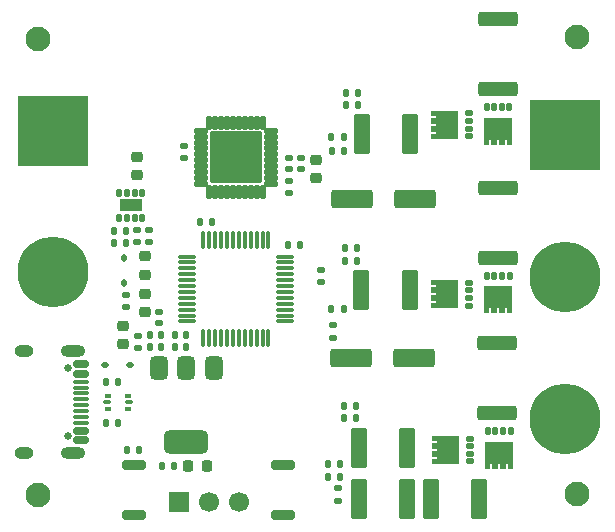
<source format=gbr>
%TF.GenerationSoftware,KiCad,Pcbnew,9.0.2*%
%TF.CreationDate,2025-07-01T21:57:16-05:00*%
%TF.ProjectId,testing3,74657374-696e-4673-932e-6b696361645f,rev?*%
%TF.SameCoordinates,Original*%
%TF.FileFunction,Soldermask,Top*%
%TF.FilePolarity,Negative*%
%FSLAX46Y46*%
G04 Gerber Fmt 4.6, Leading zero omitted, Abs format (unit mm)*
G04 Created by KiCad (PCBNEW 9.0.2) date 2025-07-01 21:57:16*
%MOMM*%
%LPD*%
G01*
G04 APERTURE LIST*
G04 Aperture macros list*
%AMRoundRect*
0 Rectangle with rounded corners*
0 $1 Rounding radius*
0 $2 $3 $4 $5 $6 $7 $8 $9 X,Y pos of 4 corners*
0 Add a 4 corners polygon primitive as box body*
4,1,4,$2,$3,$4,$5,$6,$7,$8,$9,$2,$3,0*
0 Add four circle primitives for the rounded corners*
1,1,$1+$1,$2,$3*
1,1,$1+$1,$4,$5*
1,1,$1+$1,$6,$7*
1,1,$1+$1,$8,$9*
0 Add four rect primitives between the rounded corners*
20,1,$1+$1,$2,$3,$4,$5,0*
20,1,$1+$1,$4,$5,$6,$7,0*
20,1,$1+$1,$6,$7,$8,$9,0*
20,1,$1+$1,$8,$9,$2,$3,0*%
%AMFreePoly0*
4,1,17,1.371000,0.720000,0.950000,0.720000,0.950000,0.580000,1.370000,0.580000,1.370000,0.080000,0.950000,0.080000,0.950000,-0.080000,1.370000,-0.080000,1.370000,-0.580000,0.950000,-0.580000,0.950000,-0.720000,1.370000,-0.720000,1.370000,-1.225000,-0.950000,-1.225000,-0.950000,1.225000,1.371000,1.225000,1.371000,0.720000,1.371000,0.720000,$1*%
G04 Aperture macros list end*
%ADD10RoundRect,0.112500X0.112500X-0.187500X0.112500X0.187500X-0.112500X0.187500X-0.112500X-0.187500X0*%
%ADD11RoundRect,0.112500X0.187500X0.112500X-0.187500X0.112500X-0.187500X-0.112500X0.187500X-0.112500X0*%
%ADD12RoundRect,0.200000X0.800000X-0.200000X0.800000X0.200000X-0.800000X0.200000X-0.800000X-0.200000X0*%
%ADD13C,2.100000*%
%ADD14RoundRect,0.140000X0.170000X-0.140000X0.170000X0.140000X-0.170000X0.140000X-0.170000X-0.140000X0*%
%ADD15RoundRect,0.135000X0.185000X-0.135000X0.185000X0.135000X-0.185000X0.135000X-0.185000X-0.135000X0*%
%ADD16RoundRect,0.249999X0.450001X1.450001X-0.450001X1.450001X-0.450001X-1.450001X0.450001X-1.450001X0*%
%ADD17RoundRect,0.135000X0.135000X0.185000X-0.135000X0.185000X-0.135000X-0.185000X0.135000X-0.185000X0*%
%ADD18RoundRect,0.102000X2.075000X2.075000X-2.075000X2.075000X-2.075000X-2.075000X2.075000X-2.075000X0*%
%ADD19RoundRect,0.032480X0.199520X0.509520X-0.199520X0.509520X-0.199520X-0.509520X0.199520X-0.509520X0*%
%ADD20RoundRect,0.032480X0.509520X0.199520X-0.509520X0.199520X-0.509520X-0.199520X0.509520X-0.199520X0*%
%ADD21RoundRect,0.135000X-0.135000X-0.185000X0.135000X-0.185000X0.135000X0.185000X-0.135000X0.185000X0*%
%ADD22RoundRect,0.140000X-0.170000X0.140000X-0.170000X-0.140000X0.170000X-0.140000X0.170000X0.140000X0*%
%ADD23RoundRect,0.135000X-0.185000X0.135000X-0.185000X-0.135000X0.185000X-0.135000X0.185000X0.135000X0*%
%ADD24RoundRect,0.218750X-0.256250X0.218750X-0.256250X-0.218750X0.256250X-0.218750X0.256250X0.218750X0*%
%ADD25RoundRect,0.140000X0.140000X0.170000X-0.140000X0.170000X-0.140000X-0.170000X0.140000X-0.170000X0*%
%ADD26RoundRect,0.125000X-0.125000X0.190000X-0.125000X-0.190000X0.125000X-0.190000X0.125000X0.190000X0*%
%ADD27FreePoly0,270.000000*%
%ADD28RoundRect,0.093750X-0.156250X-0.093750X0.156250X-0.093750X0.156250X0.093750X-0.156250X0.093750X0*%
%ADD29RoundRect,0.075000X-0.250000X-0.075000X0.250000X-0.075000X0.250000X0.075000X-0.250000X0.075000X0*%
%ADD30RoundRect,0.225000X0.250000X-0.225000X0.250000X0.225000X-0.250000X0.225000X-0.250000X-0.225000X0*%
%ADD31RoundRect,0.225000X-0.250000X0.225000X-0.250000X-0.225000X0.250000X-0.225000X0.250000X0.225000X0*%
%ADD32C,1.700000*%
%ADD33R,1.700000X1.700000*%
%ADD34C,6.000000*%
%ADD35RoundRect,0.250002X-2.749998X2.749998X-2.749998X-2.749998X2.749998X-2.749998X2.749998X2.749998X0*%
%ADD36RoundRect,0.140000X-0.140000X-0.170000X0.140000X-0.170000X0.140000X0.170000X-0.140000X0.170000X0*%
%ADD37RoundRect,0.225000X-0.225000X-0.250000X0.225000X-0.250000X0.225000X0.250000X-0.225000X0.250000X0*%
%ADD38RoundRect,0.250000X-1.425000X0.362500X-1.425000X-0.362500X1.425000X-0.362500X1.425000X0.362500X0*%
%ADD39RoundRect,0.375000X-0.375000X0.625000X-0.375000X-0.625000X0.375000X-0.625000X0.375000X0.625000X0*%
%ADD40RoundRect,0.500000X-1.400000X0.500000X-1.400000X-0.500000X1.400000X-0.500000X1.400000X0.500000X0*%
%ADD41RoundRect,0.125000X0.190000X0.125000X-0.190000X0.125000X-0.190000X-0.125000X0.190000X-0.125000X0*%
%ADD42FreePoly0,180.000000*%
%ADD43O,1.600000X1.000000*%
%ADD44O,2.100000X1.000000*%
%ADD45RoundRect,0.150000X-0.500000X0.150000X-0.500000X-0.150000X0.500000X-0.150000X0.500000X0.150000X0*%
%ADD46RoundRect,0.075000X-0.575000X0.075000X-0.575000X-0.075000X0.575000X-0.075000X0.575000X0.075000X0*%
%ADD47C,0.650000*%
%ADD48RoundRect,0.250000X1.500000X0.550000X-1.500000X0.550000X-1.500000X-0.550000X1.500000X-0.550000X0*%
%ADD49RoundRect,0.075000X0.075000X0.662500X-0.075000X0.662500X-0.075000X-0.662500X0.075000X-0.662500X0*%
%ADD50RoundRect,0.075000X0.662500X0.075000X-0.662500X0.075000X-0.662500X-0.075000X0.662500X-0.075000X0*%
%ADD51R,1.900000X1.100000*%
%ADD52RoundRect,0.125000X-0.125000X0.187500X-0.125000X-0.187500X0.125000X-0.187500X0.125000X0.187500X0*%
%ADD53RoundRect,0.249999X-0.450001X-1.450001X0.450001X-1.450001X0.450001X1.450001X-0.450001X1.450001X0*%
G04 APERTURE END LIST*
D10*
%TO.C,D7*%
X203100000Y-110062500D03*
X203100000Y-112162500D03*
%TD*%
D11*
%TO.C,D2*%
X201550000Y-119100000D03*
X203650000Y-119100000D03*
%TD*%
D12*
%TO.C,SW3*%
X204000000Y-127600000D03*
X204000000Y-131800000D03*
%TD*%
%TO.C,SW1*%
X216600000Y-127600000D03*
X216600000Y-131800000D03*
%TD*%
D13*
%TO.C,H3*%
X241500000Y-91400000D03*
%TD*%
%TO.C,H2*%
X195850000Y-91550000D03*
%TD*%
D14*
%TO.C,C6*%
X208200000Y-100620000D03*
X208200000Y-101580000D03*
%TD*%
D15*
%TO.C,R18*%
X220850000Y-115790000D03*
X220850000Y-116810000D03*
%TD*%
D16*
%TO.C,C16*%
X223000000Y-126200000D03*
X227100000Y-126200000D03*
%TD*%
D13*
%TO.C,H1*%
X195850000Y-130100000D03*
%TD*%
D17*
%TO.C,R21*%
X216990000Y-109000000D03*
X218010000Y-109000000D03*
%TD*%
D18*
%TO.C,U8*%
X212600000Y-101550000D03*
D19*
X214850000Y-104485000D03*
X214350000Y-104485000D03*
X213850000Y-104485000D03*
X213350000Y-104485000D03*
X212850000Y-104485000D03*
X212350000Y-104485000D03*
X211850000Y-104485000D03*
X211350000Y-104485000D03*
X210850000Y-104485000D03*
X210350000Y-104485000D03*
D20*
X209665000Y-103800000D03*
X209665000Y-103300000D03*
X209665000Y-102800000D03*
X209665000Y-102300000D03*
X209665000Y-101800000D03*
X209665000Y-101300000D03*
X209665000Y-100800000D03*
X209665000Y-100300000D03*
X209665000Y-99800000D03*
X209665000Y-99300000D03*
D19*
X210350000Y-98615000D03*
X210850000Y-98615000D03*
X211350000Y-98615000D03*
X211850000Y-98615000D03*
X212350000Y-98615000D03*
X212850000Y-98615000D03*
X213350000Y-98615000D03*
X213850000Y-98615000D03*
X214350000Y-98615000D03*
X214850000Y-98615000D03*
D20*
X215535000Y-99300000D03*
X215535000Y-99800000D03*
X215535000Y-100300000D03*
X215535000Y-100800000D03*
X215535000Y-101300000D03*
X215535000Y-101800000D03*
X215535000Y-102300000D03*
X215535000Y-102800000D03*
X215535000Y-103300000D03*
X215535000Y-103800000D03*
%TD*%
D21*
%TO.C,R9*%
X222800000Y-123600000D03*
X221780000Y-123600000D03*
%TD*%
D22*
%TO.C,C12*%
X205200000Y-108680000D03*
X205200000Y-107720000D03*
%TD*%
D21*
%TO.C,R12*%
X203310000Y-107800000D03*
X202290000Y-107800000D03*
%TD*%
D23*
%TO.C,R22*%
X219800000Y-112110000D03*
X219800000Y-111090000D03*
%TD*%
D21*
%TO.C,R6*%
X202610000Y-120540000D03*
X201590000Y-120540000D03*
%TD*%
D24*
%TO.C,D6*%
X204900000Y-114687500D03*
X204900000Y-113112500D03*
%TD*%
D17*
%TO.C,R13*%
X202290000Y-108800000D03*
X203310000Y-108800000D03*
%TD*%
D21*
%TO.C,R8*%
X222860000Y-109200000D03*
X221840000Y-109200000D03*
%TD*%
D22*
%TO.C,C3*%
X218100000Y-102550000D03*
X218100000Y-101590000D03*
%TD*%
D25*
%TO.C,C19*%
X205320000Y-116600000D03*
X206280000Y-116600000D03*
%TD*%
D26*
%TO.C,Q6*%
X235860000Y-124750000D03*
X235220000Y-124750000D03*
X234560000Y-124750000D03*
X233920000Y-124750000D03*
D27*
X234890000Y-126575000D03*
%TD*%
D28*
%TO.C,U3*%
X203450000Y-121752500D03*
D29*
X203525000Y-122290000D03*
D28*
X203450000Y-122827500D03*
X201750000Y-122827500D03*
D29*
X201675000Y-122290000D03*
D28*
X201750000Y-121752500D03*
%TD*%
D30*
%TO.C,C23*%
X203000000Y-115825000D03*
X203000000Y-117375000D03*
%TD*%
D25*
%TO.C,C20*%
X205320000Y-117600000D03*
X206280000Y-117600000D03*
%TD*%
D26*
%TO.C,Q4*%
X235770000Y-111575000D03*
X235130000Y-111575000D03*
X234470000Y-111575000D03*
X233830000Y-111575000D03*
D27*
X234800000Y-113400000D03*
%TD*%
D31*
%TO.C,C7*%
X204900000Y-111475000D03*
X204900000Y-109925000D03*
%TD*%
D26*
%TO.C,Q3*%
X235760000Y-97300000D03*
X235120000Y-97300000D03*
X234460000Y-97300000D03*
X233820000Y-97300000D03*
D27*
X234790000Y-99125000D03*
%TD*%
D22*
%TO.C,C4*%
X217100000Y-102550000D03*
X217100000Y-101590000D03*
%TD*%
D32*
%TO.C,J2*%
X212840000Y-130700000D03*
X210300000Y-130700000D03*
D33*
X207760000Y-130700000D03*
%TD*%
D34*
%TO.C,J3*%
X197100000Y-111300000D03*
D35*
X197100000Y-99300000D03*
%TD*%
D36*
%TO.C,C22*%
X208380000Y-117600000D03*
X207420000Y-117600000D03*
%TD*%
%TO.C,C21*%
X208380000Y-116600000D03*
X207420000Y-116600000D03*
%TD*%
D21*
%TO.C,R15*%
X221710000Y-114400000D03*
X220690000Y-114400000D03*
%TD*%
D37*
%TO.C,C26*%
X210125000Y-127650000D03*
X208575000Y-127650000D03*
%TD*%
D16*
%TO.C,C15*%
X223200000Y-112800000D03*
X227300000Y-112800000D03*
%TD*%
D31*
%TO.C,C2*%
X219350000Y-103325000D03*
X219350000Y-101775000D03*
%TD*%
D25*
%TO.C,C25*%
X206370000Y-127650000D03*
X207330000Y-127650000D03*
%TD*%
D21*
%TO.C,R16*%
X221410000Y-128600000D03*
X220390000Y-128600000D03*
%TD*%
D14*
%TO.C,C13*%
X206100000Y-114640000D03*
X206100000Y-115600000D03*
%TD*%
D21*
%TO.C,R1*%
X222910000Y-97100000D03*
X221890000Y-97100000D03*
%TD*%
D17*
%TO.C,R27*%
X209590000Y-107050000D03*
X210610000Y-107050000D03*
%TD*%
%TO.C,R28*%
X203340000Y-126300000D03*
X204360000Y-126300000D03*
%TD*%
D38*
%TO.C,R25*%
X234800000Y-104137500D03*
X234800000Y-110062500D03*
%TD*%
D14*
%TO.C,C24*%
X204300000Y-116700000D03*
X204300000Y-117660000D03*
%TD*%
D16*
%TO.C,C14*%
X223250000Y-99600000D03*
X227350000Y-99600000D03*
%TD*%
D17*
%TO.C,R20*%
X220400000Y-127550000D03*
X221420000Y-127550000D03*
%TD*%
D39*
%TO.C,U4*%
X206100000Y-119350000D03*
D40*
X208400000Y-125650000D03*
D39*
X208400000Y-119350000D03*
X210700000Y-119350000D03*
%TD*%
D15*
%TO.C,R17*%
X221200000Y-129590000D03*
X221200000Y-130610000D03*
%TD*%
D21*
%TO.C,R5*%
X202610000Y-124040000D03*
X201590000Y-124040000D03*
%TD*%
D13*
%TO.C,H4*%
X241500000Y-130050000D03*
%TD*%
D41*
%TO.C,Q2*%
X232300000Y-114100000D03*
X232300000Y-113460000D03*
X232300000Y-112800000D03*
X232300000Y-112160000D03*
D42*
X230475000Y-113130000D03*
%TD*%
D35*
%TO.C,J4*%
X240500000Y-99700000D03*
D34*
X240500000Y-111700000D03*
X240500000Y-123700000D03*
%TD*%
D43*
%TO.C,J1*%
X194665000Y-126610000D03*
D44*
X198845000Y-126610000D03*
D43*
X194665000Y-117970000D03*
D44*
X198845000Y-117970000D03*
D45*
X199485000Y-119090000D03*
X199485000Y-119890000D03*
D46*
X199485000Y-120540000D03*
X199485000Y-121540000D03*
X199485000Y-123040000D03*
X199485000Y-124040000D03*
D45*
X199485000Y-124690000D03*
X199485000Y-125490000D03*
X199485000Y-125490000D03*
X199485000Y-124690000D03*
D46*
X199485000Y-123540000D03*
X199485000Y-122540000D03*
X199485000Y-122040000D03*
X199485000Y-121040000D03*
D45*
X199485000Y-119890000D03*
X199485000Y-119090000D03*
D47*
X198345000Y-125180000D03*
X198345000Y-119400000D03*
%TD*%
D17*
%TO.C,R19*%
X220690000Y-99800000D03*
X221710000Y-99800000D03*
%TD*%
D21*
%TO.C,R7*%
X222860000Y-110300000D03*
X221840000Y-110300000D03*
%TD*%
D30*
%TO.C,C11*%
X204200000Y-101525000D03*
X204200000Y-103075000D03*
%TD*%
D15*
%TO.C,R14*%
X204200000Y-107690000D03*
X204200000Y-108710000D03*
%TD*%
D48*
%TO.C,C10*%
X222300000Y-118500000D03*
X227700000Y-118500000D03*
%TD*%
D21*
%TO.C,R2*%
X222910000Y-96100000D03*
X221890000Y-96100000D03*
%TD*%
D38*
%TO.C,R24*%
X234800000Y-89875000D03*
X234800000Y-95800000D03*
%TD*%
D49*
%TO.C,U1*%
X215350000Y-116862500D03*
X214850000Y-116862500D03*
X214350000Y-116862500D03*
X213850000Y-116862500D03*
X213350000Y-116862500D03*
X212850000Y-116862500D03*
X212350000Y-116862500D03*
X211850000Y-116862500D03*
X211350000Y-116862500D03*
X210850000Y-116862500D03*
X210350000Y-116862500D03*
X209850000Y-116862500D03*
D50*
X208437500Y-115450000D03*
X208437500Y-114950000D03*
X208437500Y-114450000D03*
X208437500Y-113950000D03*
X208437500Y-113450000D03*
X208437500Y-112950000D03*
X208437500Y-112450000D03*
X208437500Y-111950000D03*
X208437500Y-111450000D03*
X208437500Y-110950000D03*
X208437500Y-110450000D03*
X208437500Y-109950000D03*
D49*
X209850000Y-108537500D03*
X210350000Y-108537500D03*
X210850000Y-108537500D03*
X211350000Y-108537500D03*
X211850000Y-108537500D03*
X212350000Y-108537500D03*
X212850000Y-108537500D03*
X213350000Y-108537500D03*
X213850000Y-108537500D03*
X214350000Y-108537500D03*
X214850000Y-108537500D03*
X215350000Y-108537500D03*
D50*
X216762500Y-109950000D03*
X216762500Y-110450000D03*
X216762500Y-110950000D03*
X216762500Y-111450000D03*
X216762500Y-111950000D03*
X216762500Y-112450000D03*
X216762500Y-112950000D03*
X216762500Y-113450000D03*
X216762500Y-113950000D03*
X216762500Y-114450000D03*
X216762500Y-114950000D03*
X216762500Y-115450000D03*
%TD*%
D21*
%TO.C,R10*%
X222800000Y-122600000D03*
X221780000Y-122600000D03*
%TD*%
D41*
%TO.C,Q5*%
X232400000Y-127300000D03*
X232400000Y-126660000D03*
X232400000Y-126000000D03*
X232400000Y-125360000D03*
D42*
X230575000Y-126330000D03*
%TD*%
D48*
%TO.C,C1*%
X222400000Y-105100000D03*
X227800000Y-105100000D03*
%TD*%
D51*
%TO.C,U9*%
X203700000Y-105600000D03*
D52*
X204675000Y-106662500D03*
X204025000Y-106662500D03*
X203375000Y-106662500D03*
X202725000Y-106662500D03*
X202725000Y-104537500D03*
X203375000Y-104537500D03*
X204025000Y-104537500D03*
X204675000Y-104537500D03*
%TD*%
D22*
%TO.C,C5*%
X217100000Y-104550000D03*
X217100000Y-103590000D03*
%TD*%
D16*
%TO.C,C18*%
X223000000Y-130500000D03*
X227100000Y-130500000D03*
%TD*%
D38*
%TO.C,R26*%
X234700000Y-117275000D03*
X234700000Y-123200000D03*
%TD*%
D23*
%TO.C,R23*%
X203300000Y-114210000D03*
X203300000Y-113190000D03*
%TD*%
D53*
%TO.C,C17*%
X229100000Y-130500000D03*
X233200000Y-130500000D03*
%TD*%
D41*
%TO.C,Q1*%
X232300000Y-99760000D03*
X232300000Y-99120000D03*
X232300000Y-98460000D03*
X232300000Y-97820000D03*
D42*
X230475000Y-98790000D03*
%TD*%
D21*
%TO.C,R11*%
X221720000Y-101000000D03*
X220700000Y-101000000D03*
%TD*%
M02*

</source>
